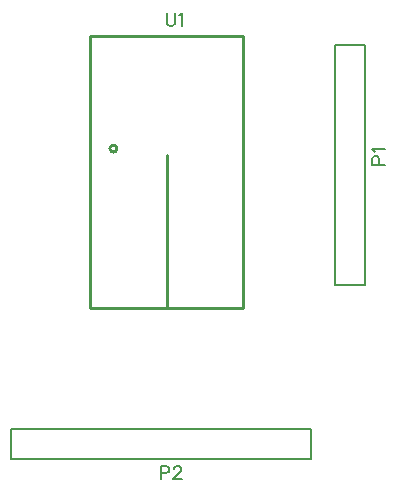
<source format=gto>
G04 ---------------------------- Layer name :TOP SILK LAYER*
G04 EasyEDA v5.8.22, Thu, 27 Dec 2018 18:25:07 GMT*
G04 83e352a6ecc44a8a847cc623543be36f*
G04 Gerber Generator version 0.2*
G04 Scale: 100 percent, Rotated: No, Reflected: No *
G04 Dimensions in millimeters *
G04 leading zeros omitted , absolute positions ,3 integer and 3 decimal *
%FSLAX33Y33*%
%MOMM*%
G90*
G71D02*

%ADD10C,0.254000*%
%ADD17C,0.203200*%
%ADD18C,0.202999*%
%ADD19C,0.177800*%

%LPD*%
G54D10*
G01X8994Y14988D02*
G01X21993Y14988D01*
G01X8994Y14988D02*
G01X8994Y37988D01*
G01X21993Y14988D02*
G01X21993Y37988D01*
G01X8994Y37988D02*
G01X21993Y37988D01*
G01X15494Y14988D02*
G01X15494Y27906D01*
G54D17*
G01X32258Y16967D02*
G01X29718Y16967D01*
G01X29718Y37287D01*
G01X32258Y37287D01*
G01X32258Y35382D01*
G54D18*
G01X32258Y16967D02*
G01X32258Y35382D01*
G54D17*
G01X25781Y2235D02*
G01X27686Y2235D01*
G01X27686Y4775D01*
G01X2286Y4775D01*
G01X2286Y2235D01*
G54D18*
G01X2286Y2235D02*
G01X25781Y2235D01*
G54D19*
G01X15493Y39994D02*
G01X15493Y39217D01*
G01X15544Y39059D01*
G01X15648Y38955D01*
G01X15806Y38904D01*
G01X15910Y38904D01*
G01X16065Y38955D01*
G01X16169Y39059D01*
G01X16220Y39217D01*
G01X16220Y39994D01*
G01X16563Y39788D02*
G01X16667Y39839D01*
G01X16824Y39994D01*
G01X16824Y38904D01*
G01X32905Y27127D02*
G01X33995Y27127D01*
G01X32905Y27127D02*
G01X32905Y27594D01*
G01X32956Y27749D01*
G01X33007Y27802D01*
G01X33111Y27853D01*
G01X33268Y27853D01*
G01X33373Y27802D01*
G01X33423Y27749D01*
G01X33477Y27594D01*
G01X33477Y27127D01*
G01X33111Y28196D02*
G01X33060Y28300D01*
G01X32905Y28458D01*
G01X33995Y28458D01*
G01X14986Y1587D02*
G01X14986Y497D01*
G01X14986Y1587D02*
G01X15453Y1587D01*
G01X15608Y1536D01*
G01X15661Y1485D01*
G01X15712Y1381D01*
G01X15712Y1224D01*
G01X15661Y1120D01*
G01X15608Y1069D01*
G01X15453Y1016D01*
G01X14986Y1016D01*
G01X16108Y1328D02*
G01X16108Y1381D01*
G01X16159Y1485D01*
G01X16212Y1536D01*
G01X16316Y1587D01*
G01X16522Y1587D01*
G01X16626Y1536D01*
G01X16680Y1485D01*
G01X16730Y1381D01*
G01X16730Y1277D01*
G01X16680Y1173D01*
G01X16576Y1016D01*
G01X16055Y497D01*
G01X16784Y497D01*
G54D10*
G75*
G01X11294Y28488D02*
G03X11294Y28488I-300J0D01*
G01*
M00*
M02*

</source>
